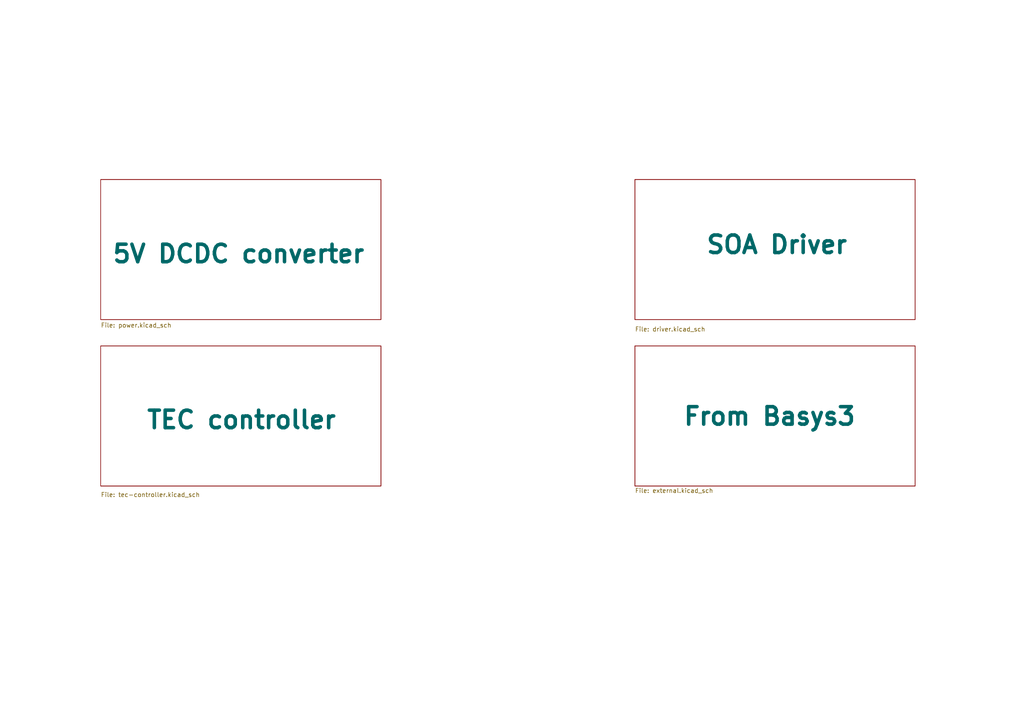
<source format=kicad_sch>
(kicad_sch
	(version 20241004)
	(generator "eeschema")
	(generator_version "8.99")
	(uuid "aef12ca3-3d60-44eb-99b6-8bdd18a4b35c")
	(paper "A4")
	(title_block
		(title "SOA Driver Board")
		(date "2024-03-27")
		(comment 1 "Mirco Tollardo")
	)
	(lib_symbols)
	(sheet
		(at 184.15 52.07)
		(size 81.28 40.64)
		(exclude_from_sim no)
		(in_bom yes)
		(on_board yes)
		(dnp no)
		(stroke
			(width 0.1524)
			(type solid)
		)
		(fill
			(color 0 0 0 0.0000)
		)
		(uuid "07610737-0881-4cf5-871c-717695af83a2")
		(property "Sheetname" "SOA Driver"
			(at 204.47 73.914 0)
			(effects
				(font
					(size 5.08 5.08)
					(bold yes)
				)
				(justify left bottom)
			)
		)
		(property "Sheetfile" "driver.kicad_sch"
			(at 184.15 94.742 0)
			(effects
				(font
					(size 1.27 1.27)
				)
				(justify left top)
			)
		)
		(instances
			(project "SOA-driver"
				(path "/aef12ca3-3d60-44eb-99b6-8bdd18a4b35c"
					(page "2")
				)
			)
		)
	)
	(sheet
		(at 29.21 52.07)
		(size 81.28 40.64)
		(exclude_from_sim no)
		(in_bom yes)
		(on_board yes)
		(dnp no)
		(stroke
			(width 0.1524)
			(type solid)
		)
		(fill
			(color 0 0 0 0.0000)
		)
		(uuid "0cf54d10-df79-4134-a1a5-0b62e168ff1c")
		(property "Sheetname" "5V DCDC converter"
			(at 32.258 76.581 0)
			(effects
				(font
					(size 5.08 5.08)
					(bold yes)
				)
				(justify left bottom)
			)
		)
		(property "Sheetfile" "power.kicad_sch"
			(at 29.21 93.599 0)
			(effects
				(font
					(size 1.27 1.27)
				)
				(justify left top)
			)
		)
		(instances
			(project "SOA-driver"
				(path "/aef12ca3-3d60-44eb-99b6-8bdd18a4b35c"
					(page "3")
				)
			)
		)
	)
	(sheet
		(at 29.21 100.33)
		(size 81.28 40.64)
		(exclude_from_sim no)
		(in_bom yes)
		(on_board yes)
		(dnp no)
		(stroke
			(width 0.1524)
			(type solid)
		)
		(fill
			(color 0 0 0 0.0000)
		)
		(uuid "9a05be4d-3a9d-469a-8e61-6949b36a14c9")
		(property "Sheetname" "TEC controller"
			(at 42.164 124.714 0)
			(effects
				(font
					(size 5.08 5.08)
					(thickness 1.016)
					(bold yes)
				)
				(justify left bottom)
			)
		)
		(property "Sheetfile" "tec-controller.kicad_sch"
			(at 29.21 142.748 0)
			(effects
				(font
					(size 1.27 1.27)
				)
				(justify left top)
			)
		)
		(instances
			(project "SOA-driver"
				(path "/aef12ca3-3d60-44eb-99b6-8bdd18a4b35c"
					(page "4")
				)
			)
		)
	)
	(sheet
		(at 184.15 100.33)
		(size 81.28 40.64)
		(exclude_from_sim no)
		(in_bom yes)
		(on_board yes)
		(dnp no)
		(stroke
			(width 0.1524)
			(type solid)
		)
		(fill
			(color 0 0 0 0.0000)
		)
		(uuid "b8096563-2aa1-42a7-b303-2d7d794c80ce")
		(property "Sheetname" "From Basys3"
			(at 197.866 123.698 0)
			(effects
				(font
					(size 5.08 5.08)
					(thickness 1.016)
					(bold yes)
				)
				(justify left bottom)
			)
		)
		(property "Sheetfile" "external.kicad_sch"
			(at 184.15 141.5546 0)
			(effects
				(font
					(size 1.27 1.27)
				)
				(justify left top)
			)
		)
		(instances
			(project "SOA-driver"
				(path "/aef12ca3-3d60-44eb-99b6-8bdd18a4b35c"
					(page "5")
				)
			)
		)
	)
	(sheet_instances
		(path "/"
			(page "1")
		)
	)
	(embedded_fonts no)
)

</source>
